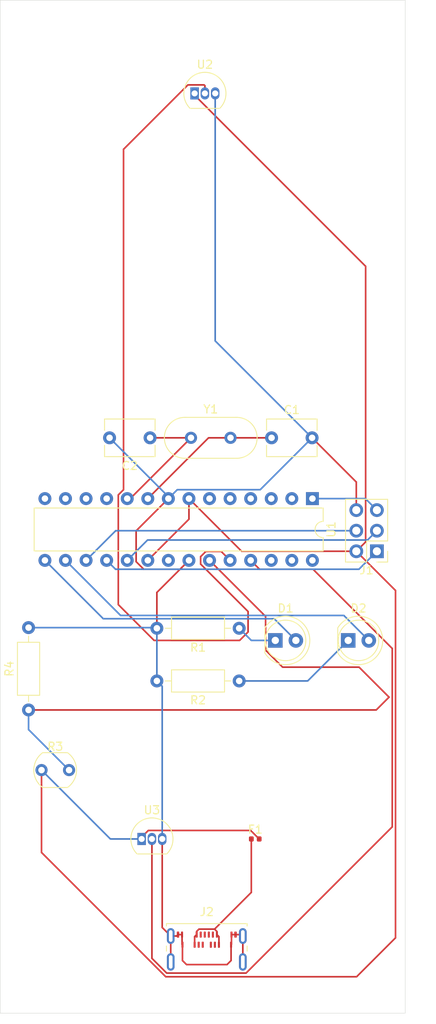
<source format=kicad_pcb>
(kicad_pcb (version 20240108) (generator "pcbnew") (generator_version "8.0")
  (layers (0 "F.Cu" signal) (31 "B.Cu" signal) (34 "B.Paste" user) (35 "F.Paste" user) (36 "B.SilkS" user "B.Silkscreen") (37 "F.SilkS" user "F.Silkscreen") (38 "B.Mask" user) (39 "F.Mask" user) (44 "Edge.Cuts" user))
  (net 0 "")
  (net 1 "GND")
  (net 2 "/XTAL1")
  (net 3 "/XTAL2")
  (net 4 "Net-(D1-K)")
  (net 5 "/RED_LED")
  (net 6 "/GREEN_LED")
  (net 7 "Net-(D2-K)")
  (net 8 "Net-(F1-Pad1)")
  (net 9 "VCC")
  (net 10 "/SCK")
  (net 11 "/RESET")
  (net 12 "/MOSI")
  (net 13 "/MISO")
  (net 22 "/PH_VAL")
  (net 25 "/TMP1")
  (net 31 "/TMP2")
  (footprint "LED_THT:LED_D5.0mm_Clear" (layer "F.Cu") (at 88.96 108)
    (property "Reference" "D1" (at 1.27 -3.96 0) (layer "F.SilkS"))
    (property "Value" "LED")
    (fp_line (start -1.29 -1.545) (end -1.29 1.545) (stroke (width 0.12)) (layer "F.SilkS"))
    (fp_arc (start -1.29 -1.54483) (mid 2.072002 -2.880433) (end 4.26 0.000462) (stroke (width 0.12)) (layer "F.SilkS"))
    (fp_arc (start 4.26 -0.000462) (mid 2.072002 2.880433) (end -1.29 1.54483) (stroke (width 0.12)) (layer "F.SilkS"))
    (fp_circle (center 1.27 0) (end 3.77 0) (stroke (width 0.12)) (fill none) (layer "F.SilkS"))
    (pad "1" thru_hole rect (at 0 0) (size 1.8 1.8) (drill 0.9) (layers "*.Cu" "*.Mask") (net 4 "Net-(D1-K)"))
    (pad "2" thru_hole circle (at 2.54 0) (size 1.8 1.8) (drill 0.9) (layers "*.Cu" "*.Mask") (net 5 "/RED_LED"))
  )
  (footprint "LED_THT:LED_D5.0mm_Clear" (layer "F.Cu") (at 97.96 108)
    (property "Reference" "D2" (at 1.27 -3.96 0) (layer "F.SilkS"))
    (property "Value" "LED")
    (fp_line (start -1.29 -1.545) (end -1.29 1.545) (stroke (width 0.12)) (layer "F.SilkS"))
    (fp_arc (start -1.29 -1.54483) (mid 2.072002 -2.880433) (end 4.26 0.000462) (stroke (width 0.12)) (layer "F.SilkS"))
    (fp_arc (start 4.26 -0.000462) (mid 2.072002 2.880433) (end -1.29 1.54483) (stroke (width 0.12)) (layer "F.SilkS"))
    (fp_circle (center 1.27 0) (end 3.77 0) (stroke (width 0.12)) (fill none) (layer "F.SilkS"))
    (pad "1" thru_hole rect (at 0 0) (size 1.8 1.8) (drill 0.9) (layers "*.Cu" "*.Mask") (net 7 "Net-(D2-K)"))
    (pad "2" thru_hole circle (at 2.54 0) (size 1.8 1.8) (drill 0.9) (layers "*.Cu" "*.Mask") (net 6 "/GREEN_LED"))
  )
  (footprint "Package_TO_SOT_THT:TO-92_Inline" (layer "F.Cu") (at 79 40.5)
    (property "Reference" "U2" (at 1.27 -3.56 0) (layer "F.SilkS"))
    (property "Value" "TSIC206-TO92")
    (fp_line (start -0.53 1.85) (end 3.07 1.85) (stroke (width 0.12)) (layer "F.SilkS"))
    (fp_arc (start -0.568478 1.838478) (mid -1.132087 -0.994977) (end 1.27 -2.6) (stroke (width 0.12)) (layer "F.SilkS"))
    (fp_arc (start 1.27 -2.6) (mid 3.672087 -0.994977) (end 3.108478 1.838478) (stroke (width 0.12)) (layer "F.SilkS"))
    (pad "1" thru_hole rect (at 0 0) (size 1.05 1.5) (drill 0.75) (layers "*.Cu" "*.Mask") (net 9 "VCC"))
    (pad "2" thru_hole oval (at 1.27 0) (size 1.05 1.5) (drill 0.75) (layers "*.Cu" "*.Mask") (net 25 "/TMP1"))
    (pad "3" thru_hole oval (at 2.54 0) (size 1.05 1.5) (drill 0.75) (layers "*.Cu" "*.Mask") (net 1 "GND"))
  )
  (footprint "Crystal:Crystal_HC49-4H_Vertical" (layer "F.Cu") (at 78.55 83)
    (property "Reference" "Y1" (at 2.44 -3.525 0) (layer "F.SilkS"))
    (property "Value" "Crystal")
    (fp_line (start -0.76 -2.525) (end 5.64 -2.525) (stroke (width 0.12)) (layer "F.SilkS"))
    (fp_line (start -0.76 2.525) (end 5.64 2.525) (stroke (width 0.12)) (layer "F.SilkS"))
    (fp_arc (start -0.76 2.525) (mid -3.285 0) (end -0.76 -2.525) (stroke (width 0.12)) (layer "F.SilkS"))
    (fp_arc (start 5.64 -2.525) (mid 8.165 0) (end 5.64 2.525) (stroke (width 0.12)) (layer "F.SilkS"))
    (pad "1" thru_hole circle (at 0 0) (size 1.5 1.5) (drill 0.8) (layers "*.Cu" "*.Mask") (net 3 "/XTAL2"))
    (pad "2" thru_hole circle (at 4.88 0) (size 1.5 1.5) (drill 0.8) (layers "*.Cu" "*.Mask") (net 2 "/XTAL1"))
  )
  (footprint "Capacitor_THT:C_Disc_D6.0mm_W4.4mm_P5.00mm" (layer "F.Cu") (at 73.5 83 180)
    (property "Reference" "C2" (at 2.5 -3.45 360) (layer "F.SilkS"))
    (property "Value" "22pF")
    (fp_line (start 5.62 0.925) (end 5.62 2.321) (stroke (width 0.12)) (layer "F.SilkS"))
    (fp_line (start 5.62 -2.321) (end 5.62 -0.925) (stroke (width 0.12)) (layer "F.SilkS"))
    (fp_line (start -0.62 2.321) (end 5.62 2.321) (stroke (width 0.12)) (layer "F.SilkS"))
    (fp_line (start -0.62 0.925) (end -0.62 2.321) (stroke (width 0.12)) (layer "F.SilkS"))
    (fp_line (start -0.62 -2.321) (end 5.62 -2.321) (stroke (width 0.12)) (layer "F.SilkS"))
    (fp_line (start -0.62 -2.321) (end -0.62 -0.925) (stroke (width 0.12)) (layer "F.SilkS"))
    (pad "1" thru_hole circle (at 0 0 180) (size 1.6 1.6) (drill 0.8) (layers "*.Cu" "*.Mask") (net 3 "/XTAL2"))
    (pad "2" thru_hole circle (at 5 0 180) (size 1.6 1.6) (drill 0.8) (layers "*.Cu" "*.Mask") (net 1 "GND"))
  )
  (footprint "Resistor_THT:R_Axial_DIN0207_L6.3mm_D2.5mm_P10.16mm_Horizontal" (layer "F.Cu") (at 84.5 106.5 180)
    (property "Reference" "R1" (at 5.08 -2.37 360) (layer "F.SilkS"))
    (property "Value" "220")
    (fp_line (start 9.12 0) (end 8.35 0) (stroke (width 0.12)) (layer "F.SilkS"))
    (fp_line (start 8.35 1.37) (end 8.35 -1.37) (stroke (width 0.12)) (layer "F.SilkS"))
    (fp_line (start 8.35 -1.37) (end 1.81 -1.37) (stroke (width 0.12)) (layer "F.SilkS"))
    (fp_line (start 1.81 1.37) (end 8.35 1.37) (stroke (width 0.12)) (layer "F.SilkS"))
    (fp_line (start 1.81 -1.37) (end 1.81 1.37) (stroke (width 0.12)) (layer "F.SilkS"))
    (fp_line (start 1.04 0) (end 1.81 0) (stroke (width 0.12)) (layer "F.SilkS"))
    (pad "1" thru_hole circle (at 0 0 180) (size 1.6 1.6) (drill 0.8) (layers "*.Cu" "*.Mask") (net 4 "Net-(D1-K)"))
    (pad "2" thru_hole oval (at 10.16 0 180) (size 1.6 1.6) (drill 0.8) (layers "*.Cu" "*.Mask") (net 1 "GND"))
  )
  (footprint "Resistor_THT:R_Axial_DIN0207_L6.3mm_D2.5mm_P10.16mm_Horizontal" (layer "F.Cu") (at 84.5 113 180)
    (property "Reference" "R2" (at 5.08 -2.37 360) (layer "F.SilkS"))
    (property "Value" "300")
    (fp_line (start 9.12 0) (end 8.35 0) (stroke (width 0.12)) (layer "F.SilkS"))
    (fp_line (start 8.35 1.37) (end 8.35 -1.37) (stroke (width 0.12)) (layer "F.SilkS"))
    (fp_line (start 8.35 -1.37) (end 1.81 -1.37) (stroke (width 0.12)) (layer "F.SilkS"))
    (fp_line (start 1.81 1.37) (end 8.35 1.37) (stroke (width 0.12)) (layer "F.SilkS"))
    (fp_line (start 1.81 -1.37) (end 1.81 1.37) (stroke (width 0.12)) (layer "F.SilkS"))
    (fp_line (start 1.04 0) (end 1.81 0) (stroke (width 0.12)) (layer "F.SilkS"))
    (pad "1" thru_hole circle (at 0 0 180) (size 1.6 1.6) (drill 0.8) (layers "*.Cu" "*.Mask") (net 7 "Net-(D2-K)"))
    (pad "2" thru_hole oval (at 10.16 0 180) (size 1.6 1.6) (drill 0.8) (layers "*.Cu" "*.Mask") (net 1 "GND"))
  )
  (footprint "Fuse:Fuse_0402_1005Metric" (layer "F.Cu") (at 86.485 132.5)
    (property "Reference" "F1" (at 0 -1.17 0) (layer "F.SilkS"))
    (property "Value" "Fuse")
    (pad "1" smd roundrect (at -0.485 0) (size 0.59 0.64) (layers "F.Cu" "F.Paste" "F.Mask") (net 8 "Net-(F1-Pad1)"))
    (pad "2" smd roundrect (at 0.485 0) (size 0.59 0.64) (layers "F.Cu" "F.Paste" "F.Mask") (net 9 "VCC"))
  )
  (footprint "OptoDevice:R_LDR_5.1x4.3mm_P3.4mm_Vertical" (layer "F.Cu") (at 60.1 124)
    (property "Reference" "R3" (at 1.7 -2.9 0) (layer "F.SilkS"))
    (property "Value" "R_Photo")
    (fp_line (start 0.15 -2.15) (end 3.2 -2.15) (stroke (width 0.12)) (layer "F.SilkS"))
    (fp_line (start 0.15 2.15) (end 3.2 2.15) (stroke (width 0.12)) (layer "F.SilkS"))
    (fp_arc (start 0.15 2.15) (mid -0.950438 -0.013368) (end 0.171766 -2.165525) (stroke (width 0.12)) (layer "F.SilkS"))
    (fp_arc (start 3.2 -2.15) (mid 4.321403 -0.027338) (end 3.244513 2.118249) (stroke (width 0.12)) (layer "F.SilkS"))
    (pad "1" thru_hole circle (at 0 0) (size 1.5 1.5) (drill 0.8) (layers "*.Cu" "*.Mask") (net 9 "VCC"))
    (pad "2" thru_hole circle (at 3.4 0) (size 1.5 1.5) (drill 0.8) (layers "*.Cu" "*.Mask") (net 22 "/PH_VAL"))
  )
  (footprint "Capacitor_THT:C_Disc_D6.0mm_W4.4mm_P5.00mm" (layer "F.Cu") (at 88.5 83)
    (property "Reference" "C1" (at 2.5 -3.45 0) (layer "F.SilkS"))
    (property "Value" "22pF")
    (fp_line (start -0.62 -2.321) (end -0.62 -0.925) (stroke (width 0.12)) (layer "F.SilkS"))
    (fp_line (start -0.62 -2.321) (end 5.62 -2.321) (stroke (width 0.12)) (layer "F.SilkS"))
    (fp_line (start -0.62 0.925) (end -0.62 2.321) (stroke (width 0.12)) (layer "F.SilkS"))
    (fp_line (start -0.62 2.321) (end 5.62 2.321) (stroke (width 0.12)) (layer "F.SilkS"))
    (fp_line (start 5.62 -2.321) (end 5.62 -0.925) (stroke (width 0.12)) (layer "F.SilkS"))
    (fp_line (start 5.62 0.925) (end 5.62 2.321) (stroke (width 0.12)) (layer "F.SilkS"))
    (pad "1" thru_hole circle (at 0 0) (size 1.6 1.6) (drill 0.8) (layers "*.Cu" "*.Mask") (net 2 "/XTAL1"))
    (pad "2" thru_hole circle (at 5 0) (size 1.6 1.6) (drill 0.8) (layers "*.Cu" "*.Mask") (net 1 "GND"))
  )
  (footprint "Resistor_THT:R_Axial_DIN0207_L6.3mm_D2.5mm_P10.16mm_Horizontal" (layer "F.Cu") (at 58.5 116.58 90)
    (property "Reference" "R4" (at 5.08 -2.37 90) (layer "F.SilkS"))
    (property "Value" "10K")
    (fp_line (start 8.35 -1.37) (end 1.81 -1.37) (stroke (width 0.12)) (layer "F.SilkS"))
    (fp_line (start 1.81 -1.37) (end 1.81 1.37) (stroke (width 0.12)) (layer "F.SilkS"))
    (fp_line (start 9.12 0) (end 8.35 0) (stroke (width 0.12)) (layer "F.SilkS"))
    (fp_line (start 1.04 0) (end 1.81 0) (stroke (width 0.12)) (layer "F.SilkS"))
    (fp_line (start 8.35 1.37) (end 8.35 -1.37) (stroke (width 0.12)) (layer "F.SilkS"))
    (fp_line (start 1.81 1.37) (end 8.35 1.37) (stroke (width 0.12)) (layer "F.SilkS"))
    (pad "1" thru_hole circle (at 0 0 90) (size 1.6 1.6) (drill 0.8) (layers "*.Cu" "*.Mask") (net 22 "/PH_VAL"))
    (pad "2" thru_hole oval (at 10.16 0 90) (size 1.6 1.6) (drill 0.8) (layers "*.Cu" "*.Mask") (net 1 "GND"))
  )
  (footprint "Connector_PinHeader_2.54mm:PinHeader_2x03_P2.54mm_Vertical" (layer "F.Cu") (at 101.5 97 180)
    (property "Reference" "J1" (at 1.27 -2.33 360) (layer "F.SilkS"))
    (property "Value" "Conn_02x03_Odd_Even")
    (fp_line (start 3.87 -1.33) (end 3.87 6.41) (stroke (width 0.12)) (layer "F.SilkS"))
    (fp_line (start 1.27 1.27) (end 1.27 -1.33) (stroke (width 0.12)) (layer "F.SilkS"))
    (fp_line (start 1.27 -1.33) (end 3.87 -1.33) (stroke (width 0.12)) (layer "F.SilkS"))
    (fp_line (start -1.33 6.41) (end 3.87 6.41) (stroke (width 0.12)) (layer "F.SilkS"))
    (fp_line (start -1.33 1.27) (end 1.27 1.27) (stroke (width 0.12)) (layer "F.SilkS"))
    (fp_line (start -1.33 1.27) (end -1.33 6.41) (stroke (width 0.12)) (layer "F.SilkS"))
    (fp_line (start -1.33 0) (end -1.33 -1.33) (stroke (width 0.12)) (layer "F.SilkS"))
    (fp_line (start -1.33 -1.33) (end 0 -1.33) (stroke (width 0.12)) (layer "F.SilkS"))
    (pad "1" thru_hole rect (at 0 0 180) (size 1.7 1.7) (drill 1) (layers "*.Cu" "*.Mask") (net 13 "/MISO"))
    (pad "2" thru_hole oval (at 2.54 0 180) (size 1.7 1.7) (drill 1) (layers "*.Cu" "*.Mask") (net 9 "VCC"))
    (pad "3" thru_hole oval (at 0 2.54 180) (size 1.7 1.7) (drill 1) (layers "*.Cu" "*.Mask") (net 10 "/SCK"))
    (pad "4" thru_hole oval (at 2.54 2.54 180) (size 1.7 1.7) (drill 1) (layers "*.Cu" "*.Mask") (net 12 "/MOSI"))
    (pad "5" thru_hole oval (at 0 5.08 180) (size 1.7 1.7) (drill 1) (layers "*.Cu" "*.Mask") (net 11 "/RESET"))
    (pad "6" thru_hole oval (at 2.54 5.08 180) (size 1.7 1.7) (drill 1) (layers "*.Cu" "*.Mask") (net 1 "GND"))
  )
  (footprint "Connector_USB:USB_C_Receptacle_Amphenol_124019772112A" (layer "F.Cu") (at 80.5 147.5)
    (property "Reference" "J2" (at 0 -6 0) (layer "F.SilkS"))
    (property "Value" "USB_C_Receptacle_USB2.0_16P")
    (fp_line (start -4.98 -4.555) (end -4.98 -4.26) (stroke (width 0.12)) (layer "F.SilkS"))
    (fp_line (start -4.98 -1.16) (end -4.98 -1.79) (stroke (width 0.12)) (layer "F.SilkS"))
    (fp_line (start 4.98 -4.555) (end -4.98 -4.555) (stroke (width 0.12)) (layer "F.SilkS"))
    (fp_line (start 4.98 -4.26) (end 4.98 -4.555) (stroke (width 0.12)) (layer "F.SilkS"))
    (fp_line (start 4.98 -1.16) (end 4.98 -1.79) (stroke (width 0.12)) (layer "F.SilkS"))
    (pad "A1" smd roundrect (at -3.55 -3.2) (size 0.3 0.75) (layers "F.Cu" "F.Paste" "F.Mask") (net 1 "GND"))
    (pad "A1" smd roundrect (at -3.05 -3.2) (size 0.25 0.75) (layers "F.Cu" "F.Paste" "F.Mask") (net 1 "GND"))
    (pad "A1" smd roundrect (at 3.55 -3.2) (size 0.3 0.75) (layers "F.Cu" "F.Paste" "F.Mask") (net 1 "GND"))
    (pad "A4" smd roundrect (at -1.25 -3.2) (size 0.25 0.75) (layers "F.Cu" "F.Paste" "F.Mask") (net 8 "Net-(F1-Pad1)"))
    (pad "A5" smd roundrect (at -0.75 -3.2) (size 0.25 0.75) (layers "F.Cu" "F.Paste" "F.Mask"))
    (pad "A6" smd roundrect (at -0.25 -3.2) (size 0.25 0.75) (layers "F.Cu" "F.Paste" "F.Mask"))
    (pad "A7" smd roundrect (at 0.25 -3.2) (size 0.25 0.75) (layers "F.Cu" "F.Paste" "F.Mask"))
    (pad "A8" smd roundrect (at 0.75 -3.2) (size 0.25 0.75) (layers "F.Cu" "F.Paste" "F.Mask"))
    (pad "A9" smd roundrect (at 1.25 -3.2) (size 0.25 0.75) (layers "F.Cu" "F.Paste" "F.Mask") (net 8 "Net-(F1-Pad1)"))
    (pad "A12" smd roundrect (at 3.05 -3.2) (size 0.25 0.75) (layers "F.Cu" "F.Paste" "F.Mask") (net 1 "GND"))
    (pad "B1" smd roundrect (at 3 -1.95) (size 0.25 0.75) (layers "F.Cu" "F.Paste" "F.Mask") (net 1 "GND"))
    (pad "B4" smd roundrect (at 1.5 -1.95) (size 0.25 0.75) (layers "F.Cu" "F.Paste" "F.Mask") (net 8 "Net-(F1-Pad1)"))
    (pad "B5" smd roundrect (at 1 -1.95) (size 0.25 0.75) (layers "F.Cu" "F.Paste" "F.Mask"))
    (pad "B6" smd roundrect (at 0.5 -1.95) (size 0.25 0.75) (layers "F.Cu" "F.Paste" "F.Mask"))
    (pad "B7" smd roundrect (at -0.5 -1.95) (size 0.25 0.75) (layers "F.Cu" "F.Paste" "F.Mask"))
    (pad "B8" smd roundrect (at -1 -1.95) (size 0.25 0.75) (layers "F.Cu" "F.Paste" "F.Mask"))
    (pad "B9" smd roundrect (at -1.5 -1.95) (size 0.25 0.75) (layers "F.Cu" "F.Paste" "F.Mask") (net 8 "Net-(F1-Pad1)"))
    (pad "B12" smd roundrect (at -3 -1.95) (size 0.25 0.75) (layers "F.Cu" "F.Paste" "F.Mask") (net 1 "GND"))
    (pad "S1" thru_hole oval (at -4.45 -3.025) (size 0.95 1.95) (drill oval 0.45 1.45) (layers "*.Cu" "*.Mask") (net 1 "GND"))
    (pad "S1" thru_hole oval (at -4.45 0.175) (size 0.95 2.15) (drill oval 0.45 1.65) (layers "*.Cu" "*.Mask") (net 1 "GND"))
    (pad "S1" thru_hole oval (at 4.45 -3.025) (size 0.95 1.95) (drill oval 0.45 1.45) (layers "*.Cu" "*.Mask") (net 1 "GND"))
    (pad "S1" thru_hole oval (at 4.45 0.175) (size 0.95 2.15) (drill oval 0.45 1.65) (layers "*.Cu" "*.Mask") (net 1 "GND"))
  )
  (footprint "Package_TO_SOT_THT:TO-92_Inline" (layer "F.Cu") (at 72.46 132.5)
    (property "Reference" "U3" (at 1.27 -3.56 0) (layer "F.SilkS"))
    (property "Value" "TSIC206-TO92")
    (fp_line (start -0.53 1.85) (end 3.07 1.85) (stroke (width 0.12)) (layer "F.SilkS"))
    (fp_arc (start -0.568478 1.838478) (mid -1.132087 -0.994977) (end 1.27 -2.6) (stroke (width 0.12)) (layer "F.SilkS"))
    (fp_arc (start 1.27 -2.6) (mid 3.672087 -0.994977) (end 3.108478 1.838478) (stroke (width 0.12)) (layer "F.SilkS"))
    (pad "1" thru_hole rect (at 0 0) (size 1.05 1.5) (drill 0.75) (layers "*.Cu" "*.Mask") (net 9 "VCC"))
    (pad "2" thru_hole oval (at 1.27 0) (size 1.05 1.5) (drill 0.75) (layers "*.Cu" "*.Mask") (net 31 "/TMP2"))
    (pad "3" thru_hole oval (at 2.54 0) (size 1.05 1.5) (drill 0.75) (layers "*.Cu" "*.Mask") (net 1 "GND"))
  )
  (footprint "Package_DIP:DIP-28_W7.62mm" (layer "F.Cu") (at 93.54 90.5 -90)
    (property "Reference" "U1" (at 3.81 -2.33 90) (layer "F.SilkS"))
    (property "Value" "ATmega328-P")
    (fp_line (start 1.16 34.35) (end 6.46 34.35) (stroke (width 0.12)) (layer "F.SilkS"))
    (fp_line (start 6.46 34.35) (end 6.46 -1.33) (stroke (width 0.12)) (layer "F.SilkS"))
    (fp_line (start 1.16 -1.33) (end 1.16 34.35) (stroke (width 0.12)) (layer "F.SilkS"))
    (fp_line (start 2.81 -1.33) (end 1.16 -1.33) (stroke (width 0.12)) (layer "F.SilkS"))
    (fp_line (start 6.46 -1.33) (end 4.81 -1.33) (stroke (width 0.12)) (layer "F.SilkS"))
    (fp_arc (start 4.81 -1.33) (mid 3.81 -0.33) (end 2.81 -1.33) (stroke (width 0.12)) (layer "F.SilkS"))
    (pad "1" thru_hole rect (at 0 0 270) (size 1.6 1.6) (drill 0.8) (layers "*.Cu" "*.Mask") (net 11 "/RESET"))
    (pad "2" thru_hole oval (at 0 2.54 270) (size 1.6 1.6) (drill 0.8) (layers "*.Cu" "*.Mask"))
    (pad "3" thru_hole oval (at 0 5.08 270) (size 1.6 1.6) (drill 0.8) (layers "*.Cu" "*.Mask"))
    (pad "4" thru_hole oval (at 0 7.62 270) (size 1.6 1.6) (drill 0.8) (layers "*.Cu" "*.Mask"))
    (pad "5" thru_hole oval (at 0 10.16 270) (size 1.6 1.6) (drill 0.8) (layers "*.Cu" "*.Mask"))
    (pad "6" thru_hole oval (at 0 12.7 270) (size 1.6 1.6) (drill 0.8) (layers "*.Cu" "*.Mask"))
    (pad "7" thru_hole oval (at 0 15.24 270) (size 1.6 1.6) (drill 0.8) (layers "*.Cu" "*.Mask") (net 9 "VCC"))
    (pad "8" thru_hole oval (at 0 17.78 270) (size 1.6 1.6) (drill 0.8) (layers "*.Cu" "*.Mask") (net 1 "GND"))
    (pad "9" thru_hole oval (at 0 20.32 270) (size 1.6 1.6) (drill 0.8) (layers "*.Cu" "*.Mask") (net 2 "/XTAL1"))
    (pad "10" thru_hole oval (at 0 22.86 270) (size 1.6 1.6) (drill 0.8) (layers "*.Cu" "*.Mask") (net 3 "/XTAL2"))
    (pad "11" thru_hole oval (at 0 25.4 270) (size 1.6 1.6) (drill 0.8) (layers "*.Cu" "*.Mask"))
    (pad "12" thru_hole oval (at 0 27.94 270) (size 1.6 1.6) (drill 0.8) (layers "*.Cu" "*.Mask"))
    (pad "13" thru_hole oval (at 0 30.48 270) (size 1.6 1.6) (drill 0.8) (layers "*.Cu" "*.Mask"))
    (pad "14" thru_hole oval (at 0 33.02 270) (size 1.6 1.6) (drill 0.8) (layers "*.Cu" "*.Mask"))
    (pad "15" thru_hole oval (at 7.62 33.02 270) (size 1.6 1.6) (drill 0.8) (layers "*.Cu" "*.Mask") (net 5 "/RED_LED"))
    (pad "16" thru_hole oval (at 7.62 30.48 270) (size 1.6 1.6) (drill 0.8) (layers "*.Cu" "*.Mask") (net 6 "/GREEN_LED"))
    (pad "17" thru_hole oval (at 7.62 27.94 270) (size 1.6 1.6) (drill 0.8) (layers "*.Cu" "*.Mask") (net 12 "/MOSI"))
    (pad "18" thru_hole oval (at 7.62 25.4 270) (size 1.6 1.6) (drill 0.8) (layers "*.Cu" "*.Mask") (net 13 "/MISO"))
    (pad "19" thru_hole oval (at 7.62 22.86 270) (size 1.6 1.6) (drill 0.8) (layers "*.Cu" "*.Mask") (net 10 "/SCK"))
    (pad "20" thru_hole oval (at 7.62 20.32 270) (size 1.6 1.6) (drill 0.8) (layers "*.Cu" "*.Mask") (net 9 "VCC"))
    (pad "21" thru_hole oval (at 7.62 17.78 270) (size 1.6 1.6) (drill 0.8) (layers "*.Cu" "*.Mask"))
    (pad "22" thru_hole oval (at 7.62 15.24 270) (size 1.6 1.6) (drill 0.8) (layers "*.Cu" "*.Mask") (net 1 "GND"))
    (pad "23" thru_hole oval (at 7.62 12.7 270) (size 1.6 1.6) (drill 0.8) (layers "*.Cu" "*.Mask") (net 22 "/PH_VAL"))
    (pad "24" thru_hole oval (at 7.62 10.16 270) (size 1.6 1.6) (drill 0.8) (layers "*.Cu" "*.Mask") (net 25 "/TMP1"))
    (pad "25" thru_hole oval (at 7.62 7.62 270) (size 1.6 1.6) (drill 0.8) (layers "*.Cu" "*.Mask") (net 31 "/TMP2"))
    (pad "26" thru_hole oval (at 7.62 5.08 270) (size 1.6 1.6) (drill 0.8) (layers "*.Cu" "*.Mask"))
    (pad "27" thru_hole oval (at 7.62 2.54 270) (size 1.6 1.6) (drill 0.8) (layers "*.Cu" "*.Mask"))
    (pad "28" thru_hole oval (at 7.62 0 270) (size 1.6 1.6) (drill 0.8) (layers "*.Cu" "*.Mask"))
  )
  (gr_rect (start 55 29) (end 105 154) (stroke (width 0.05)) (fill none) (layer "Edge.Cuts"))
  (segment (start 77.2 99.22) (end 78.3 98.12) (width 0.2) (layer "F.Cu") (net 1))
  (segment (start 75.76 90.5) (end 71.78 94.48) (width 0.2) (layer "F.Cu") (net 1))
  (segment (start 98.96 91.92) (end 98.96 88.46) (width 0.2) (layer "F.Cu") (net 1))
  (segment (start 77.5 147.5) (end 78 148) (width 0.2) (layer "F.Cu") (net 1))
  (segment (start 83.55 145.5) (end 83.5 145.55) (width 0.2) (layer "F.Cu") (net 1))
  (segment (start 76.05 144.475) (end 76.05 147.675) (width 0.2) (layer "F.Cu") (net 1))
  (segment (start 72.72 99.22) (end 77.2 99.22) (width 0.2) (layer "F.Cu") (net 1))
  (segment (start 74.34 102.08) (end 78.3 98.12) (width 0.2) (layer "F.Cu") (net 1))
  (segment (start 84.05 144.3) (end 84.775 144.3) (width 0.2) (layer "F.Cu") (net 1))
  (segment (start 83.5 147.5) (end 83.5 145.55) (width 0.2) (layer "F.Cu") (net 1))
  (segment (start 83.55 144.3) (end 83.55 145.5) (width 0.2) (layer "F.Cu") (net 1))
  (segment (start 76.05 144.475) (end 76.775 144.475) (width 0.2) (layer "F.Cu") (net 1))
  (segment (start 75 132.5) (end 75 143.425) (width 0.2) (layer "F.Cu") (net 1))
  (segment (start 71.78 94.48) (end 71.78 98.28) (width 0.2) (layer "F.Cu") (net 1))
  (segment (start 78 148) (end 83 148) (width 0.2) (layer "F.Cu") (net 1))
  (segment (start 83.55 144.3) (end 84.05 144.3) (width 0.2) (layer "F.Cu") (net 1))
  (segment (start 75 143.425) (end 76.05 144.475) (width 0.2) (layer "F.Cu") (net 1))
  (segment (start 77.5 145.55) (end 77.5 147.5) (width 0.2) (layer "F.Cu") (net 1))
  (segment (start 84.95 144.475) (end 84.95 147.675) (width 0.2) (layer "F.Cu") (net 1))
  (segment (start 74.34 106.5) (end 74.34 102.08) (width 0.2) (layer "F.Cu") (net 1))
  (segment (start 83 148) (end 83.5 147.5) (width 0.2) (layer "F.Cu") (net 1))
  (segment (start 84.775 144.3) (end 84.95 144.475) (width 0.2) (layer "F.Cu") (net 1))
  (segment (start 76.95 144.3) (end 77.45 144.3) (width 0.2) (layer "F.Cu") (net 1))
  (segment (start 71.78 98.28) (end 72.72 99.22) (width 0.2) (layer "F.Cu") (net 1))
  (segment (start 98.96 88.46) (end 93.5 83) (width 0.2) (layer "F.Cu") (net 1))
  (segment (start 77.45 144.3) (end 77.45 145.5) (width 0.2) (layer "F.Cu") (net 1))
  (segment (start 77.45 145.5) (end 77.5 145.55) (width 0.2) (layer "F.Cu") (net 1))
  (segment (start 76.775 144.475) (end 76.95 144.3) (width 0.2) (layer "F.Cu") (net 1))
  (segment (start 58.5 106.42) (end 74.26 106.42) (width 0.2) (layer "B.Cu") (net 1))
  (segment (start 81.54 71.04) (end 93.5 83) (width 0.2) (layer "B.Cu") (net 1))
  (segment (start 93.5 83) (end 87.1 89.4) (width 0.2) (layer "B.Cu") (net 1))
  (segment (start 75 113.66) (end 75 132.5) (width 0.2) (layer "B.Cu") (net 1))
  (segment (start 81.54 40.5) (end 81.54 71.04) (width 0.2) (layer "B.Cu") (net 1))
  (segment (start 74.34 113) (end 75 113.66) (width 0.2) (layer "B.Cu") (net 1))
  (segment (start 74.26 106.42) (end 74.34 106.5) (width 0.2) (layer "B.Cu") (net 1))
  (segment (start 75.76 90.26) (end 75.76 90.5) (width 0.2) (layer "B.Cu") (net 1))
  (segment (start 74.34 113) (end 74.34 106.5) (width 0.2) (layer "B.Cu") (net 1))
  (segment (start 68.5 83) (end 75.76 90.26) (width 0.2) (layer "B.Cu") (net 1))
  (segment (start 76.86 89.4) (end 75.76 90.5) (width 0.2) (layer "B.Cu") (net 1))
  (segment (start 87.1 89.4) (end 76.86 89.4) (width 0.2) (layer "B.Cu") (net 1))
  (segment (start 88.5 83) (end 83.43 83) (width 0.2) (layer "F.Cu") (net 2))
  (segment (start 80.72 83) (end 73.22 90.5) (width 0.2) (layer "F.Cu") (net 2))
  (segment (start 83.43 83) (end 80.72 83) (width 0.2) (layer "F.Cu") (net 2))
  (segment (start 71.05 90.5) (end 70.68 90.5) (width 0.2) (layer "F.Cu") (net 3))
  (segment (start 73.5 83) (end 78.55 83) (width 0.2) (layer "F.Cu") (net 3))
  (segment (start 78.55 83) (end 71.05 90.5) (width 0.2) (layer "F.Cu") (net 3))
  (segment (start 88.96 108) (end 86 108) (width 0.2) (layer "B.Cu") (net 4))
  (segment (start 86 108) (end 84.5 106.5) (width 0.2) (layer "B.Cu") (net 4))
  (segment (start 88.82 105.32) (end 67.72 105.32) (width 0.2) (layer "B.Cu") (net 5))
  (segment (start 91.5 108) (end 88.82 105.32) (width 0.2) (layer "B.Cu") (net 5))
  (segment (start 67.72 105.32) (end 60.52 98.12) (width 0.2) (layer "B.Cu") (net 5))
  (segment (start 100.5 108) (end 97.42 104.92) (width 0.2) (layer "B.Cu") (net 6))
  (segment (start 69.86 104.92) (end 63.06 98.12) (width 0.2) (layer "B.Cu") (net 6))
  (segment (start 97.42 104.92) (end 69.86 104.92) (width 0.2) (layer "B.Cu") (net 6))
  (segment (start 92.96 113) (end 97.96 108) (width 0.2) (layer "B.Cu") (net 7))
  (segment (start 84.5 113) (end 92.96 113) (width 0.2) (layer "B.Cu") (net 7))
  (segment (start 81.464386 143.625) (end 81.75 143.910614) (width 0.2) (layer "F.Cu") (net 8))
  (segment (start 82 144.55) (end 82 145.55) (width 0.2) (layer "F.Cu") (net 8))
  (segment (start 79.25 144.3) (end 79.25 143.910614) (width 0.2) (layer "F.Cu") (net 8))
  (segment (start 81.75 143.910614) (end 81.75 144.3) (width 0.2) (layer "F.Cu") (net 8))
  (segment (start 79 144.55) (end 79.25 144.3) (width 0.2) (layer "F.Cu") (net 8))
  (segment (start 86 132.5) (end 86 139.089386) (width 0.2) (layer "F.Cu") (net 8))
  (segment (start 79.25 143.910614) (end 79.535614 143.625) (width 0.2) (layer "F.Cu") (net 8))
  (segment (start 86 139.089386) (end 81.464386 143.625) (width 0.2) (layer "F.Cu") (net 8))
  (segment (start 81.75 144.3) (end 82 144.55) (width 0.2) (layer "F.Cu") (net 8))
  (segment (start 79.535614 143.625) (end 81.464386 143.625) (width 0.2) (layer "F.Cu") (net 8))
  (segment (start 79 145.55) (end 79 144.55) (width 0.2) (layer "F.Cu") (net 8))
  (segment (start 99 149.5) (end 103.8 144.7) (width 0.2) (layer "F.Cu") (net 9))
  (segment (start 73.285 131.45) (end 72.46 132.275) (width 0.2) (layer "F.Cu") (net 9))
  (segment (start 103.8 144.7) (end 103.8 101.84) (width 0.2) (layer "F.Cu") (net 9))
  (segment (start 60.1 124) (end 60.1 134.165686) (width 0.2) (layer "F.Cu") (net 9))
  (segment (start 98.96 97) (end 84.8 97) (width 0.2) (layer "F.Cu") (net 9))
  (segment (start 85.92 131.45) (end 73.285 131.45) (width 0.2) (layer "F.Cu") (net 9))
  (segment (start 103.8 101.84) (end 98.96 97) (width 0.2) (layer "F.Cu") (net 9))
  (segment (start 72.46 132.275) (end 72.46 132.5) (width 0.2) (layer "F.Cu") (net 9))
  (segment (start 79 40.725) (end 100.11 61.835) (width 0.2) (layer "F.Cu") (net 9))
  (segment (start 86.97 132.5) (end 85.92 131.45) (width 0.2) (layer "F.Cu") (net 9))
  (segment (start 78.3 90.5) (end 78.3 93.04) (width 0.2) (layer "F.Cu") (net 9))
  (segment (start 100.11 95.85) (end 98.96 97) (width 0.2) (layer "F.Cu") (net 9))
  (segment (start 78.3 93.04) (end 73.22 98.12) (width 0.2) (layer "F.Cu") (net 9))
  (segment (start 100.11 61.835) (end 100.11 95.85) (width 0.2) (layer "F.Cu") (net 9))
  (segment (start 79 40.5) (end 79 40.725) (width 0.2) (layer "F.Cu") (net 9))
  (segment (start 75.434314 149.5) (end 99 149.5) (width 0.2) (layer "F.Cu") (net 9))
  (segment (start 60.1 134.165686) (end 75.434314 149.5) (width 0.2) (layer "F.Cu") (net 9))
  (segment (start 84.8 97) (end 78.3 90.5) (width 0.2) (layer "F.Cu") (net 9))
  (segment (start 68.6 132.5) (end 72.46 132.5) (width 0.2) (layer "B.Cu") (net 9))
  (segment (start 60.1 124) (end 68.6 132.5) (width 0.2) (layer "B.Cu") (net 9))
  (segment (start 101.5 94.46) (end 100.35 95.61) (width 0.2) (layer "B.Cu") (net 10))
  (segment (start 100.35 95.61) (end 73.19 95.61) (width 0.2) (layer "B.Cu") (net 10))
  (segment (start 73.19 95.61) (end 70.68 98.12) (width 0.2) (layer "B.Cu") (net 10))
  (segment (start 100.08 90.5) (end 101.5 91.92) (width 0.2) (layer "B.Cu") (net 11))
  (segment (start 93.54 90.5) (end 100.08 90.5) (width 0.2) (layer "B.Cu") (net 11))
  (segment (start 69.26 94.46) (end 65.6 98.12) (width 0.2) (layer "B.Cu") (net 12))
  (segment (start 98.96 94.46) (end 69.26 94.46) (width 0.2) (layer "B.Cu") (net 12))
  (segment (start 69.24 99.22) (end 68.14 98.12) (width 0.2) (layer "B.Cu") (net 13))
  (segment (start 101.5 97) (end 99.28 99.22) (width 0.2) (layer "B.Cu") (net 13))
  (segment (start 99.28 99.22) (end 69.24 99.22) (width 0.2) (layer "B.Cu") (net 13))
  (segment (start 87.76 105.04) (end 80.84 98.12) (width 0.2) (layer "F.Cu") (net 22))
  (segment (start 103 115) (end 99.3 111.3) (width 0.2) (layer "F.Cu") (net 22))
  (segment (start 87.76 109.2) (end 87.76 105.04) (width 0.2) (layer "F.Cu") (net 22))
  (segment (start 89.86 111.3) (end 87.76 109.2) (width 0.2) (layer "F.Cu") (net 22))
  (segment (start 99.3 111.3) (end 89.86 111.3) (width 0.2) (layer "F.Cu") (net 22))
  (segment (start 101.42 116.58) (end 103 115) (width 0.2) (layer "F.Cu") (net 22))
  (segment (start 58.5 116.58) (end 101.42 116.58) (width 0.2) (layer "F.Cu") (net 22))
  (segment (start 58.5 116.58) (end 58.5 119) (width 0.2) (layer "B.Cu") (net 22))
  (segment (start 58.5 119) (end 63.5 124) (width 0.2) (layer "B.Cu") (net 22))
  (segment (start 80.17 39.45) (end 78.175 39.45) (width 0.2) (layer "F.Cu") (net 25))
  (segment (start 80.384365 97.02) (end 82.28 97.02) (width 0.2) (layer "F.Cu") (net 25))
  (segment (start 80.27 39.55) (end 80.17 39.45) (width 0.2) (layer "F.Cu") (net 25))
  (segment (start 70.224365 89.4) (end 69.58 90.044365) (width 0.2) (layer "F.Cu") (net 25))
  (segment (start 84.555635 108) (end 85.6 106.955635) (width 0.2) (layer "F.Cu") (net 25))
  (segment (start 78.175 39.45) (end 70.224365 47.400635) (width 0.2) (layer "F.Cu") (net 25))
  (segment (start 70.224365 47.400635) (end 70.224365 89.4) (width 0.2) (layer "F.Cu") (net 25))
  (segment (start 79.74 98.575635) (end 79.74 97.664365) (width 0.2) (layer "F.Cu") (net 25))
  (segment (start 85.6 106.955635) (end 85.6 104.435635) (width 0.2) (layer "F.Cu") (net 25))
  (segment (start 69.58 103.58) (end 74 108) (width 0.2) (layer "F.Cu") (net 25))
  (segment (start 82.28 97.02) (end 83.38 98.12) (width 0.2) (layer "F.Cu") (net 25))
  (segment (start 69.58 90.044365) (end 69.58 103.58) (width 0.2) (layer "F.Cu") (net 25))
  (segment (start 85.6 104.435635) (end 79.74 98.575635) (width 0.2) (layer "F.Cu") (net 25))
  (segment (start 79.74 97.664365) (end 80.384365 97.02) (width 0.2) (layer "F.Cu") (net 25))
  (segment (start 80.27 40.5) (end 80.27 39.55) (width 0.2) (layer "F.Cu") (net 25))
  (segment (start 74 108) (end 84.555635 108) (width 0.2) (layer "F.Cu") (net 25))
  (segment (start 87.02 99.22) (end 93.62 99.22) (width 0.2) (layer "F.Cu") (net 31))
  (segment (start 103.4 109) (end 103.4 131) (width 0.2) (layer "F.Cu") (net 31))
  (segment (start 103.4 131) (end 85.35 149.05) (width 0.2) (layer "F.Cu") (net 31))
  (segment (start 75.55 149.05) (end 73.73 147.23) (width 0.2) (layer "F.Cu") (net 31))
  (segment (start 93.62 99.22) (end 103.4 109) (width 0.2) (layer "F.Cu") (net 31))
  (segment (start 73.73 147.23) (end 73.73 132.5) (width 0.2) (layer "F.Cu") (net 31))
  (segment (start 85.92 98.12) (end 87.02 99.22) (width 0.2) (layer "F.Cu") (net 31))
  (segment (start 85.35 149.05) (end 75.55 149.05) (width 0.2) (layer "F.Cu") (net 31))
)
</source>
